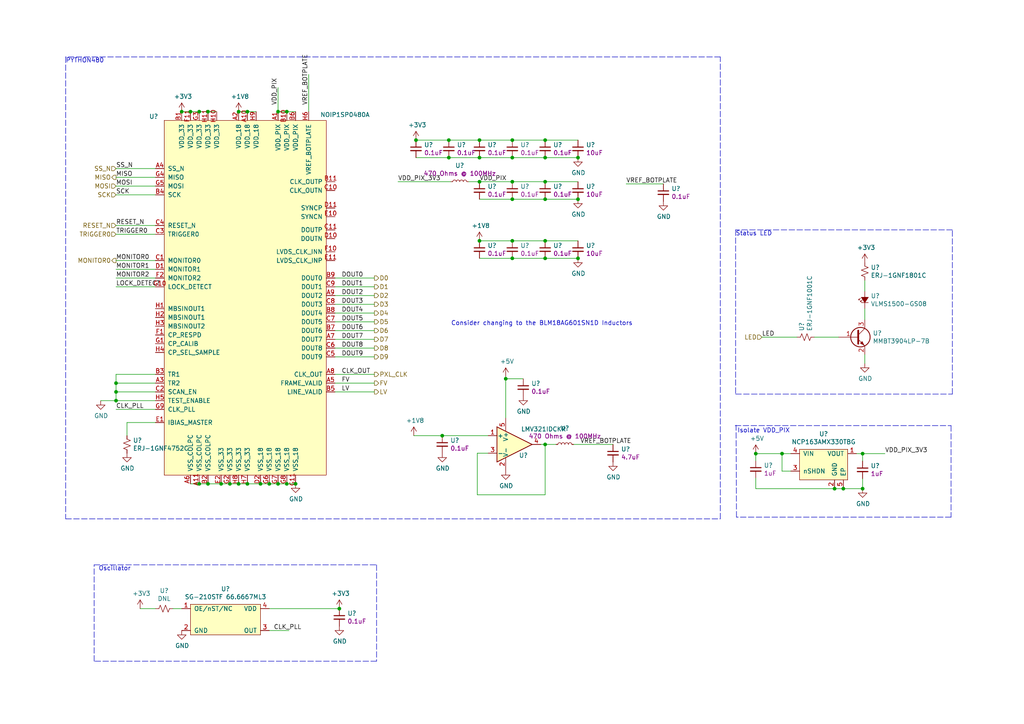
<source format=kicad_sch>
(kicad_sch (version 20211123) (generator eeschema)
  (paper "A4")
  (title_block (title "Miniscope-V4-Rigid-Flex") (date "2021-01-05") (rev "4.41") (company "Aharoni Lab"))
  (lib_symbols
    (symbol ".Capacitor:GRM033R61A104ME15D" (pin_numbers hide) (pin_names (offset 0.254) hide)
      (property "Reference" "C" (at 0.254 1.778 0))
      (property "Note" "0.1uF" (at 2.794 -2.032 0))
      (symbol "GRM033R61A104ME15D_0_1"
        (polyline (pts (xy -1.524 -0.508) (xy 1.524 -0.508)) (stroke (width 0.3302)))
        (polyline (pts (xy -1.524 0.508) (xy 1.524 0.508)) (stroke (width 0.3048)))
      )
      (symbol "GRM033R61A104ME15D_1_1"
        (pin passive line (at 0 2.54 270) (length 2.032) (name "~") (number "1"))
        (pin passive line (at 0 -2.54 90) (length 2.032) (name "~") (number "2"))
      )
    )
    (symbol ".Capacitor:GRM155R60J106ME15D" (pin_numbers hide) (pin_names (offset 0.254) hide)
      (property "Reference" "C" (at 0.254 1.778 0))
      (property "Note" "10uF" (at 2.794 -2.032 0))
      (symbol "GRM155R60J106ME15D_0_1"
        (polyline (pts (xy -1.524 -0.508) (xy 1.524 -0.508)) (stroke (width 0.3302)))
        (polyline (pts (xy -1.524 0.508) (xy 1.524 0.508)) (stroke (width 0.3048)))
      )
      (symbol "GRM155R60J106ME15D_1_1"
        (pin passive line (at 0 2.54 270) (length 2.032) (name "~") (number "1"))
        (pin passive line (at 0 -2.54 90) (length 2.032) (name "~") (number "2"))
      )
    )
    (symbol ".Capacitor:GRM188R61E475KE11D" (pin_numbers hide) (pin_names (offset 0.254) hide)
      (property "Reference" "C" (at 0.254 1.778 0))
      (property "Note" "4.7uF" (at 2.794 -2.032 0))
      (symbol "GRM188R61E475KE11D_0_1"
        (polyline (pts (xy -1.524 -0.508) (xy 1.524 -0.508)) (stroke (width 0.3302)))
        (polyline (pts (xy -1.524 0.508) (xy 1.524 0.508)) (stroke (width 0.3048)))
      )
      (symbol "GRM188R61E475KE11D_1_1"
        (pin passive line (at 0 2.54 270) (length 2.032) (name "~") (number "1"))
        (pin passive line (at 0 -2.54 90) (length 2.032) (name "~") (number "2"))
      )
    )
    (symbol ".Device:LED_Small_ALT" (pin_numbers hide) (pin_names (offset 0.254) hide)
      (property "Reference" "D" (at -1.27 3.175 0))
      (property "Value" "LED_Small_ALT" (at -4.445 -2.54 0))
      (symbol "LED_Small_ALT_0_1"
        (polyline (pts (xy -0.762 -1.016) (xy -0.762 1.016)))
        (polyline (pts (xy 1.016 0) (xy -0.762 0)))
        (polyline (pts (xy 0.762 -1.016) (xy -0.762 0) (xy 0.762 1.016) (xy 0.762 -1.016)) (fill (type outline)))
        (polyline (pts (xy 0 0.762) (xy -0.508 1.27) (xy -0.254 1.27) (xy -0.508 1.27) (xy -0.508 1.016)))
        (polyline (pts (xy 0.508 1.27) (xy 0 1.778) (xy 0.254 1.778) (xy 0 1.778) (xy 0 1.524)))
      )
      (symbol "LED_Small_ALT_1_1"
        (pin passive line (at -2.54 0 0) (length 1.778) (name "K") (number "1"))
        (pin passive line (at 2.54 0 180) (length 1.778) (name "A") (number "2"))
      )
    )
    (symbol ".Device:R_Small_US" (pin_numbers hide) (pin_names (offset 0.254) hide)
      (property "Reference" "R" (at 0.762 0.508 0))
      (property "Value" "R_Small_US" (at 0.762 -1.016 0))
      (symbol "R_Small_US_1_1"
        (polyline (pts (xy 0 0) (xy 1.016 -0.381) (xy 0 -0.762) (xy -1.016 -1.143) (xy 0 -1.524)))
        (polyline (pts (xy 0 1.524) (xy 1.016 1.143) (xy 0 0.762) (xy -1.016 0.381) (xy 0 0)))
        (pin passive line (at 0 2.54 270) (length 1.016) (name "~") (number "1"))
        (pin passive line (at 0 -2.54 90) (length 1.016) (name "~") (number "2"))
      )
    )
    (symbol ".Image_Sensor:NOIP1SN0480A" (pin_names (offset 1.016))
      (property "Reference" "U" (at 22.86 -55.88 0))
      (property "Value" "NOIP1SN0480A" (at -24.13 -55.88 0))
      (symbol "NOIP1SN0480A_0_1"
        (rectangle (start -21.59 48.26) (end 25.4 -54.61) (fill (type background)))
      )
      (symbol "NOIP1SN0480A_1_1"
        (pin power_in line (at 11.43 50.8 270) (length 2.54) (name "VDD_PIX") (number "A1"))
        (pin power_in line (at 2.54 50.8 270) (length 2.54) (name "VDD_18") (number "A10"))
        (pin power_in line (at -11.43 -57.15 90) (length 2.54) (name "VSS_COLPC") (number "A11"))
        (pin power_in line (at 0 50.8 270) (length 2.54) (name "VDD_18") (number "A2"))
        (pin input line (at -24.13 -27.94 0) (length 2.54) (name "TR2") (number "A3"))
        (pin input line (at -24.13 34.29 0) (length 2.54) (name "SS_N") (number "A4"))
        (pin input line (at 27.94 -27.94 180) (length 2.54) (name "FRAME_VALID") (number "A5"))
        (pin power_in line (at -13.97 -57.15 90) (length 2.54) (name "VSS_COLPC") (number "A6"))
        (pin output line (at 27.94 -15.24 180) (length 2.54) (name "DOUT7") (number "A7"))
        (pin input line (at 27.94 -25.4 180) (length 2.54) (name "CLK_OUT") (number "A8"))
        (pin output line (at 27.94 -2.54 180) (length 2.54) (name "DOUT2") (number "A9"))
        (pin power_in line (at -16.51 50.8 270) (length 2.54) (name "VDD_33") (number "B1"))
        (pin power_in line (at 13.97 50.8 270) (length 2.54) (name "VDD_PIX") (number "B10"))
        (pin input line (at 27.94 30.48 180) (length 2.54) (name "CLK_OUTP") (number "B11"))
        (pin power_in line (at -8.89 -57.15 90) (length 2.54) (name "VSS_COLPC") (number "B2"))
        (pin input line (at -24.13 -25.4 0) (length 2.54) (name "TR1") (number "B3"))
        (pin input line (at -24.13 26.67 0) (length 2.54) (name "SCK") (number "B4"))
        (pin input line (at 27.94 -30.48 180) (length 2.54) (name "LINE_VALID") (number "B5"))
        (pin power_in line (at 16.51 50.8 270) (length 2.54) (name "VDD_PIX") (number "B6"))
        (pin output line (at 27.94 -12.7 180) (length 2.54) (name "DOUT6") (number "B7"))
        (pin output line (at 27.94 -7.62 180) (length 2.54) (name "DOUT4") (number "B8"))
        (pin output line (at 27.94 2.54 180) (length 2.54) (name "DOUT0") (number "B9"))
        (pin input line (at -24.13 7.62 0) (length 2.54) (name "MONITOR0") (number "C1"))
        (pin input line (at 27.94 27.94 180) (length 2.54) (name "CLK_OUTN") (number "C10"))
        (pin input line (at 27.94 16.51 180) (length 2.54) (name "DOUTP") (number "C11"))
        (pin input line (at -24.13 -30.48 0) (length 2.54) (name "SCAN_EN") (number "C2"))
        (pin input line (at -24.13 15.24 0) (length 2.54) (name "TRIGGER0") (number "C3"))
        (pin input line (at -24.13 17.78 0) (length 2.54) (name "RESET_N") (number "C4"))
        (pin output line (at 27.94 -20.32 180) (length 2.54) (name "DOUT9") (number "C5"))
        (pin output line (at 27.94 -17.78 180) (length 2.54) (name "DOUT8") (number "C6"))
        (pin output line (at 27.94 -10.16 180) (length 2.54) (name "DOUT5") (number "C7"))
        (pin output line (at 27.94 -5.08 180) (length 2.54) (name "DOUT3") (number "C8"))
        (pin output line (at 27.94 0 180) (length 2.54) (name "DOUT1") (number "C9"))
        (pin input line (at -24.13 5.08 0) (length 2.54) (name "MONITOR1") (number "D1"))
        (pin input line (at 27.94 13.97 180) (length 2.54) (name "DOUTN") (number "D10"))
        (pin input line (at 27.94 22.86 180) (length 2.54) (name "SYNCP") (number "D11"))
        (pin power_in line (at 6.35 -57.15 90) (length 2.54) (name "VSS_18") (number "D2"))
        (pin input line (at -24.13 -39.37 0) (length 2.54) (name "IBIAS_MASTER") (number "E1"))
        (pin input line (at 27.94 20.32 180) (length 2.54) (name "SYNCN") (number "E10"))
        (pin input line (at 27.94 7.62 180) (length 2.54) (name "LVDS_CLK_INP") (number "E11"))
        (pin power_in line (at -5.08 -57.15 90) (length 2.54) (name "VSS_33") (number "E2"))
        (pin input line (at -24.13 -13.97 0) (length 2.54) (name "CP_RESPD") (number "F1"))
        (pin input line (at 27.94 10.16 180) (length 2.54) (name "LVDS_CLK_INN") (number "F10"))
        (pin power_in line (at -13.97 50.8 270) (length 2.54) (name "VDD_33") (number "F11"))
        (pin input line (at -24.13 2.54 0) (length 2.54) (name "MONITOR2") (number "F2"))
        (pin input line (at -24.13 -16.51 0) (length 2.54) (name "CP_CALIB") (number "G1"))
        (pin input line (at -24.13 0 0) (length 2.54) (name "LOCK_DETECT") (number "G10"))
        (pin power_in line (at 16.51 -57.15 90) (length 2.54) (name "VSS_18") (number "G11"))
        (pin power_in line (at -2.54 -57.15 90) (length 2.54) (name "VSS_33") (number "G2"))
        (pin power_in line (at -11.43 50.8 270) (length 2.54) (name "VDD_33") (number "G3"))
        (pin input line (at -24.13 31.75 0) (length 2.54) (name "MISO") (number "G4"))
        (pin input line (at -24.13 29.21 0) (length 2.54) (name "MOSI") (number "G5"))
        (pin power_in line (at 8.89 -57.15 90) (length 2.54) (name "VSS_18") (number "G6"))
        (pin power_in line (at 11.43 -57.15 90) (length 2.54) (name "VSS_18") (number "G7"))
        (pin power_in line (at 13.97 -57.15 90) (length 2.54) (name "VSS_18") (number "G8"))
        (pin input line (at -24.13 -35.56 0) (length 2.54) (name "CLK_PLL") (number "G9"))
        (pin input line (at -24.13 -6.35 0) (length 2.54) (name "MBSINOUT1") (number "H1"))
        (pin power_in line (at -6.35 50.8 270) (length 2.54) (name "VDD_33") (number "H10"))
        (pin power_in line (at -8.89 50.8 270) (length 2.54) (name "VDD_33") (number "H11"))
        (pin input line (at -24.13 -8.89 0) (length 2.54) (name "MBSINOUT1") (number "H2"))
        (pin input line (at -24.13 -11.43 0) (length 2.54) (name "MBSINOUT2") (number "H3"))
        (pin input line (at -24.13 -19.05 0) (length 2.54) (name "CP_SEL_SAMPLE") (number "H4"))
        (pin input line (at -24.13 -33.02 0) (length 2.54) (name "TEST_ENABLE") (number "H5"))
        (pin input line (at 20.32 50.8 270) (length 2.54) (name "VREF_BOTPLATE") (number "H6"))
        (pin power_in line (at 2.54 -57.15 90) (length 2.54) (name "VSS_33") (number "H7"))
        (pin power_in line (at 0 -57.15 90) (length 2.54) (name "VSS_33") (number "H8"))
        (pin power_in line (at 5.08 50.8 270) (length 2.54) (name "VDD_18") (number "H9"))
      )
    )
    (symbol ".Inductor:BLM18PG471SN1D" (pin_numbers hide) (pin_names (offset 0.254) hide)
      (property "Reference" "L" (at 0.762 1.016 0))
      (property "Note" "470 Ohms @ 100MHz" (at 11.43 -1.27 0))
      (symbol "BLM18PG471SN1D_0_1"
        (arc (start 0 -2.032) (mid 0.508 -1.524) (end 0 -1.016))
        (arc (start 0 -1.016) (mid 0.508 -0.508) (end 0 0))
        (arc (start 0 0) (mid 0.508 0.508) (end 0 1.016))
        (arc (start 0 1.016) (mid 0.508 1.524) (end 0 2.032))
      )
      (symbol "BLM18PG471SN1D_1_1"
        (pin passive line (at 0 2.54 270) (length 0.508) (name "~") (number "1"))
        (pin passive line (at 0 -2.54 90) (length 0.508) (name "~") (number "2"))
      )
    )
    (symbol ".Opamp:LMV321IDCKR" (pin_names (offset 0.127))
      (property "Reference" "U" (at 0 5.08 0))
      (property "Value" "LMV321IDCKR" (at 0 -5.08 0))
      (symbol "LMV321IDCKR_0_1"
        (polyline (pts (xy -5.08 5.08) (xy 5.08 0) (xy -5.08 -5.08) (xy -5.08 5.08)) (stroke (width 0.254)) (fill (type background)))
        (pin power_in line (at -2.54 -7.62 90) (length 3.81) (name "V-") (number "2"))
        (pin power_in line (at -2.54 7.62 270) (length 3.81) (name "V+") (number "5"))
      )
      (symbol "LMV321IDCKR_1_1"
        (pin input line (at -7.62 2.54 0) (length 2.54) (name "+") (number "1"))
        (pin input line (at -7.62 -2.54 0) (length 2.54) (name "-") (number "3"))
        (pin output line (at 7.62 0 180) (length 2.54) (name "~") (number "4"))
      )
    )
    (symbol ".Oscillator:SiT_2.5mmx2mm" (pin_names (offset 1.016))
      (property "Reference" "U" (at 8.89 5.08 0))
      (property "Value" "SiT_2.5mmx2mm" (at -2.54 5.08 0))
      (symbol "SiT_2.5mmx2mm_0_1"
        (rectangle (start -10.16 3.81) (end 10.16 -5.08) (fill (type background)))
      )
      (symbol "SiT_2.5mmx2mm_1_1"
        (pin input line (at -12.7 2.54 0) (length 2.54) (name "OE/nST/NC") (number "1"))
        (pin input line (at -12.7 -3.81 0) (length 2.54) (name "GND") (number "2"))
        (pin input line (at 12.7 -3.81 180) (length 2.54) (name "OUT") (number "3"))
        (pin input line (at 12.7 2.54 180) (length 2.54) (name "VDD") (number "4"))
      )
    )
    (symbol ".Regulator_Linear:MCP1711" (pin_names (offset 1.016))
      (property "Reference" "U" (at 5.08 2.54 0))
      (property "Value" "MCP1711" (at 1.27 -8.89 0))
      (symbol "MCP1711_0_1"
        (rectangle (start -2.54 1.27) (end 11.43 -7.62) (fill (type background)))
      )
      (symbol "MCP1711_1_1"
        (pin input line (at 13.97 0 180) (length 2.54) (name "VOUT") (number "1"))
        (pin input line (at 7.62 -10.16 90) (length 2.54) (name "GND") (number "2"))
        (pin input line (at -5.08 -5.08 0) (length 2.54) (name "nSHDN") (number "3"))
        (pin input line (at -5.08 0 0) (length 2.54) (name "VIN") (number "4"))
        (pin input line (at 10.16 -10.16 90) (length 2.54) (name "EP") (number "5"))
      )
    )
    (symbol ".Transistor:MMBT3904LP-7B" (pin_names (offset 0) hide)
      (property "Reference" "Q" (at 5.08 1.905 0))
      (property "Value" "MMBT3904LP-7B" (at 5.08 0 0))
      (symbol "MMBT3904LP-7B_0_1"
        (polyline (pts (xy 0.635 0.635) (xy 2.54 2.54)))
        (polyline (pts (xy 0.635 -0.635) (xy 2.54 -2.54) (xy 2.54 -2.54)))
        (polyline (pts (xy 0.635 1.905) (xy 0.635 -1.905) (xy 0.635 -1.905)) (stroke (width 0.508)))
        (polyline (pts (xy 1.27 -1.778) (xy 1.778 -1.27) (xy 2.286 -2.286) (xy 1.27 -1.778) (xy 1.27 -1.778)) (fill (type outline)))
        (circle (center 1.27 0) (radius 2.8194) (stroke (width 0.254)))
      )
      (symbol "MMBT3904LP-7B_1_1"
        (pin input line (at -5.08 0 0) (length 5.715) (name "B") (number "1"))
        (pin passive line (at 2.54 -5.08 90) (length 2.54) (name "E") (number "2"))
        (pin passive line (at 2.54 5.08 270) (length 2.54) (name "C") (number "3"))
      )
    )
    (symbol "power:+1V8" (power) (pin_names (offset 0))
      (property "Value" "+1V8" (at 0 3.556 0))
      (symbol "+1V8_0_1"
        (polyline (pts (xy -0.762 1.27) (xy 0 2.54)))
        (polyline (pts (xy 0 0) (xy 0 2.54)))
        (polyline (pts (xy 0 2.54) (xy 0.762 1.27)))
      )
      (symbol "+1V8_1_1"
        (pin power_in line (at 0 0 90) (length 0) hide (name "+1V8") (number "1"))
      )
    )
    (symbol "power:+3V3" (power) (pin_names (offset 0))
      (property "Value" "+3V3" (at 0 3.556 0))
      (symbol "+3V3_0_1"
        (polyline (pts (xy -0.762 1.27) (xy 0 2.54)))
        (polyline (pts (xy 0 0) (xy 0 2.54)))
        (polyline (pts (xy 0 2.54) (xy 0.762 1.27)))
      )
      (symbol "+3V3_1_1"
        (pin power_in line (at 0 0 90) (length 0) hide (name "+3V3") (number "1"))
      )
    )
    (symbol "power:+5V" (power) (pin_names (offset 0))
      (property "Value" "+5V" (at 0 3.556 0))
      (symbol "+5V_0_1"
        (polyline (pts (xy -0.762 1.27) (xy 0 2.54)))
        (polyline (pts (xy 0 0) (xy 0 2.54)))
        (polyline (pts (xy 0 2.54) (xy 0.762 1.27)))
      )
      (symbol "+5V_1_1"
        (pin power_in line (at 0 0 90) (length 0) hide (name "+5V") (number "1"))
      )
    )
    (symbol "power:GND" (power) (pin_names (offset 0))
      (property "Value" "GND" (at 0 -3.81 0))
      (symbol "GND_0_1"
        (polyline (pts (xy 0 0) (xy 0 -1.27) (xy 1.27 -1.27) (xy 0 -2.54) (xy -1.27 -1.27) (xy 0 -1.27)))
      )
      (symbol "GND_1_1"
        (pin power_in line (at 0 0 270) (length 0) hide (name "GND") (number "1"))
      )
    )
  )
  (junction (at 148.59 74.93))
  (junction (at 167.64 57.785))
  (junction (at 158.115 128.905))
  (junction (at 158.115 40.64))
  (junction (at 148.59 40.64))
  (junction (at 71.755 32.385))
  (junction (at 33.655 116.205))
  (junction (at 250.19 131.572))
  (junction (at 148.59 57.785))
  (junction (at 75.565 140.335))
  (junction (at 130.175 45.72))
  (junction (at 219.202 131.572))
  (junction (at 33.655 111.125))
  (junction (at 242.062 141.732))
  (junction (at 98.425 176.53))
  (junction (at 83.185 140.335))
  (junction (at 83.185 32.385))
  (junction (at 139.065 69.85))
  (junction (at 69.215 140.335))
  (junction (at 128.27 126.365))
  (junction (at 146.685 109.855))
  (junction (at 158.115 74.93))
  (junction (at 158.115 45.72))
  (junction (at 148.59 45.72))
  (junction (at 57.785 140.335))
  (junction (at 139.065 45.72))
  (junction (at 139.065 40.64))
  (junction (at 80.645 32.385))
  (junction (at 66.675 140.335))
  (junction (at 148.59 52.705))
  (junction (at 85.725 140.335))
  (junction (at 64.135 140.335))
  (junction (at 139.065 52.705))
  (junction (at 148.59 69.85))
  (junction (at 60.325 32.385))
  (junction (at 33.655 113.665))
  (junction (at 158.115 69.85))
  (junction (at 78.105 140.335))
  (junction (at 57.785 32.385))
  (junction (at 52.705 32.385))
  (junction (at 55.245 32.385))
  (junction (at 226.822 131.572))
  (junction (at 60.325 140.335))
  (junction (at 71.755 140.335))
  (junction (at 120.65 40.64))
  (junction (at 167.64 74.93))
  (junction (at 244.602 141.732))
  (junction (at 158.115 57.785))
  (junction (at 80.645 140.335))
  (junction (at 130.175 40.64))
  (junction (at 69.215 32.385))
  (junction (at 167.64 45.72))
  (junction (at 250.19 141.732))
  (junction (at 158.115 52.705))
  (wire (pts (xy 158.115 128.905) (xy 158.115 143.51)))
  (wire (pts (xy 139.065 57.785) (xy 148.59 57.785)))
  (wire (pts (xy 148.59 52.705) (xy 158.115 52.705)))
  (wire (pts (xy 151.765 109.855) (xy 146.685 109.855)))
  (wire (pts (xy 33.655 113.665) (xy 33.655 111.125)))
  (polyline (pts (xy 208.915 16.51) (xy 19.05 16.51)))
  (wire (pts (xy 229.362 131.572) (xy 226.822 131.572)))
  (wire (pts (xy 158.115 74.93) (xy 148.59 74.93)))
  (polyline (pts (xy 27.305 191.77) (xy 27.305 163.83)))
  (wire (pts (xy 167.64 40.64) (xy 158.115 40.64)))
  (wire (pts (xy 97.155 85.725) (xy 108.585 85.725)))
  (wire (pts (xy 78.105 176.53) (xy 98.425 176.53)))
  (wire (pts (xy 33.655 48.895) (xy 45.085 48.895)))
  (wire (pts (xy 78.105 140.335) (xy 80.645 140.335)))
  (wire (pts (xy 192.405 53.34) (xy 181.61 53.34)))
  (wire (pts (xy 148.59 40.64) (xy 139.065 40.64)))
  (wire (pts (xy 33.655 113.665) (xy 45.085 113.665)))
  (wire (pts (xy 33.655 111.125) (xy 45.085 111.125)))
  (wire (pts (xy 89.535 32.385) (xy 89.535 21.59)))
  (wire (pts (xy 64.135 140.335) (xy 66.675 140.335)))
  (polyline (pts (xy 213.614 149.987) (xy 213.487 123.317)))
  (wire (pts (xy 33.655 116.205) (xy 45.085 116.205)))
  (polyline (pts (xy 213.233 123.444) (xy 275.844 123.444)))
  (polyline (pts (xy 276.225 114.3) (xy 276.225 66.675)))
  (wire (pts (xy 33.655 56.515) (xy 45.085 56.515)))
  (polyline (pts (xy 208.915 150.495) (xy 208.915 16.51)))
  (wire (pts (xy 57.785 32.385) (xy 55.245 32.385)))
  (wire (pts (xy 250.825 102.87) (xy 250.825 105.41)))
  (wire (pts (xy 115.443 52.705) (xy 130.81 52.705)))
  (wire (pts (xy 33.655 78.105) (xy 45.085 78.105)))
  (wire (pts (xy 231.14 97.79) (xy 220.98 97.79)))
  (wire (pts (xy 250.19 138.811) (xy 250.19 141.732)))
  (wire (pts (xy 78.105 182.88) (xy 83.82 182.88)))
  (wire (pts (xy 166.37 128.905) (xy 177.8 128.905)))
  (wire (pts (xy 139.065 52.705) (xy 148.59 52.705)))
  (wire (pts (xy 97.155 98.425) (xy 108.585 98.425)))
  (polyline (pts (xy 109.22 191.77) (xy 27.305 191.77)))
  (wire (pts (xy 75.565 140.335) (xy 78.105 140.335)))
  (wire (pts (xy 55.245 32.385) (xy 52.705 32.385)))
  (wire (pts (xy 139.065 69.85) (xy 148.59 69.85)))
  (wire (pts (xy 33.655 108.585) (xy 45.085 108.585)))
  (wire (pts (xy 33.655 75.565) (xy 45.085 75.565)))
  (wire (pts (xy 71.755 140.335) (xy 75.565 140.335)))
  (wire (pts (xy 146.685 109.855) (xy 146.685 121.285)))
  (wire (pts (xy 97.155 80.645) (xy 108.585 80.645)))
  (wire (pts (xy 250.825 84.455) (xy 250.825 81.28)))
  (wire (pts (xy 69.215 140.335) (xy 71.755 140.335)))
  (wire (pts (xy 120.65 40.64) (xy 130.175 40.64)))
  (wire (pts (xy 130.175 40.64) (xy 139.065 40.64)))
  (wire (pts (xy 139.065 45.72) (xy 148.59 45.72)))
  (wire (pts (xy 97.155 95.885) (xy 108.585 95.885)))
  (wire (pts (xy 57.785 140.335) (xy 60.325 140.335)))
  (wire (pts (xy 156.845 128.905) (xy 158.115 128.905)))
  (polyline (pts (xy 27.305 163.83) (xy 109.22 163.83)))
  (wire (pts (xy 242.062 141.732) (xy 219.202 141.732)))
  (wire (pts (xy 83.185 140.335) (xy 85.725 140.335)))
  (wire (pts (xy 250.19 141.732) (xy 244.602 141.732)))
  (wire (pts (xy 158.115 57.785) (xy 148.59 57.785)))
  (wire (pts (xy 97.155 83.185) (xy 108.585 83.185)))
  (wire (pts (xy 250.19 133.731) (xy 250.19 131.572)))
  (wire (pts (xy 158.115 45.72) (xy 167.64 45.72)))
  (wire (pts (xy 158.115 69.85) (xy 167.64 69.85)))
  (wire (pts (xy 167.64 74.93) (xy 158.115 74.93)))
  (polyline (pts (xy 275.844 123.444) (xy 275.844 149.987)))
  (wire (pts (xy 158.115 40.64) (xy 148.59 40.64)))
  (wire (pts (xy 141.605 126.365) (xy 128.27 126.365)))
  (wire (pts (xy 60.325 32.385) (xy 57.785 32.385)))
  (wire (pts (xy 97.155 88.265) (xy 108.585 88.265)))
  (wire (pts (xy 97.155 93.345) (xy 108.585 93.345)))
  (wire (pts (xy 226.822 131.572) (xy 219.202 131.572)))
  (wire (pts (xy 74.295 32.385) (xy 71.755 32.385)))
  (wire (pts (xy 60.325 140.335) (xy 64.135 140.335)))
  (wire (pts (xy 248.412 131.572) (xy 250.19 131.572)))
  (wire (pts (xy 33.655 116.205) (xy 29.21 116.205)))
  (wire (pts (xy 33.655 51.435) (xy 45.085 51.435)))
  (wire (pts (xy 158.115 128.905) (xy 161.29 128.905)))
  (wire (pts (xy 55.245 140.335) (xy 57.785 140.335)))
  (polyline (pts (xy 213.36 114.3) (xy 276.225 114.3)))
  (wire (pts (xy 85.725 32.385) (xy 83.185 32.385)))
  (wire (pts (xy 138.43 131.445) (xy 141.605 131.445)))
  (wire (pts (xy 80.645 140.335) (xy 83.185 140.335)))
  (polyline (pts (xy 275.844 149.987) (xy 213.614 149.987)))
  (wire (pts (xy 128.27 126.365) (xy 120.015 126.365)))
  (wire (pts (xy 66.675 140.335) (xy 69.215 140.335)))
  (wire (pts (xy 33.655 116.205) (xy 33.655 113.665)))
  (wire (pts (xy 97.155 108.585) (xy 108.585 108.585)))
  (wire (pts (xy 138.43 143.51) (xy 138.43 131.445)))
  (wire (pts (xy 33.655 80.645) (xy 45.085 80.645)))
  (wire (pts (xy 33.655 111.125) (xy 33.655 108.585)))
  (wire (pts (xy 33.655 83.185) (xy 45.085 83.185)))
  (wire (pts (xy 97.155 111.125) (xy 108.585 111.125)))
  (wire (pts (xy 148.59 45.72) (xy 158.115 45.72)))
  (wire (pts (xy 219.202 141.732) (xy 219.202 138.684)))
  (wire (pts (xy 33.655 65.405) (xy 45.085 65.405)))
  (wire (pts (xy 33.655 53.975) (xy 45.085 53.975)))
  (wire (pts (xy 36.83 122.555) (xy 36.83 126.365)))
  (polyline (pts (xy 109.22 163.83) (xy 109.22 191.77)))
  (wire (pts (xy 219.202 131.572) (xy 219.202 133.604)))
  (wire (pts (xy 52.705 176.53) (xy 50.165 176.53)))
  (wire (pts (xy 226.822 136.652) (xy 226.822 131.572)))
  (wire (pts (xy 146.685 109.22) (xy 146.685 109.855)))
  (wire (pts (xy 229.362 136.652) (xy 226.822 136.652)))
  (wire (pts (xy 158.115 52.705) (xy 167.64 52.705)))
  (wire (pts (xy 83.185 32.385) (xy 80.645 32.385)))
  (wire (pts (xy 33.655 67.945) (xy 45.085 67.945)))
  (wire (pts (xy 97.155 100.965) (xy 108.585 100.965)))
  (wire (pts (xy 167.64 57.785) (xy 158.115 57.785)))
  (wire (pts (xy 97.155 103.505) (xy 108.585 103.505)))
  (wire (pts (xy 139.065 52.705) (xy 135.89 52.705)))
  (wire (pts (xy 158.115 143.51) (xy 138.43 143.51)))
  (wire (pts (xy 244.602 141.732) (xy 242.062 141.732)))
  (wire (pts (xy 45.085 176.53) (xy 40.64 176.53)))
  (wire (pts (xy 130.175 45.72) (xy 139.065 45.72)))
  (wire (pts (xy 120.65 45.72) (xy 130.175 45.72)))
  (wire (pts (xy 250.19 131.572) (xy 256.667 131.572)))
  (wire (pts (xy 33.655 118.745) (xy 45.085 118.745)))
  (wire (pts (xy 250.825 89.535) (xy 250.825 92.71)))
  (wire (pts (xy 71.755 32.385) (xy 69.215 32.385)))
  (wire (pts (xy 139.065 74.93) (xy 148.59 74.93)))
  (wire (pts (xy 243.205 97.79) (xy 236.22 97.79)))
  (wire (pts (xy 148.59 69.85) (xy 158.115 69.85)))
  (wire (pts (xy 97.155 113.665) (xy 108.585 113.665)))
  (wire (pts (xy 97.155 90.805) (xy 108.585 90.805)))
  (wire (pts (xy 45.085 122.555) (xy 36.83 122.555)))
  (polyline (pts (xy 19.05 150.495) (xy 208.915 150.495)))
  (polyline (pts (xy 213.36 66.675) (xy 213.36 114.3)))
  (wire (pts (xy 80.645 32.385) (xy 80.645 25.4)))
  (polyline (pts (xy 19.05 16.51) (xy 19.05 150.495)))
  (polyline (pts (xy 276.225 66.675) (xy 213.36 66.675)))
  (wire (pts (xy 62.865 32.385) (xy 60.325 32.385)))
  (text "PYTHON480" (at 19.05 18.415 0) (effects (font (size 1.27 1.27)) (justify left bottom)))
  (text "Oscillator" (at 28.575 165.735 0) (effects (font (size 1.27 1.27)) (justify left bottom)))
  (text "Isolate VDD_PIX" (at 213.868 125.73 0) (effects (font (size 1.27 1.27)) (justify left bottom)))
  (text "Consider changing to the BLM18AG601SN1D Inductors" (at 130.81 94.615 0) (effects (font (size 1.27 1.27)) (justify left bottom)))
  (text "Status LED" (at 213.36 68.58 0) (effects (font (size 1.27 1.27)) (justify left bottom)))
  (label "VREF_BOTPLATE" (at 89.535 30.48 90))
  (label "SS_N" (at 33.655 48.895 0))
  (label "VREF_BOTPLATE" (at 181.61 53.34 0))
  (label "DOUT3" (at 99.06 88.265 0))
  (label "DOUT9" (at 99.06 103.505 0))
  (label "VDD_PIX" (at 139.065 52.705 0))
  (label "VDD_PIX_3V3" (at 115.443 52.705 0))
  (label "CLK_PLL" (at 33.655 118.745 0))
  (label "DOUT7" (at 99.06 98.425 0))
  (label "VREF_BOTPLATE" (at 168.275 128.905 0))
  (label "DOUT4" (at 99.06 90.805 0))
  (label "DOUT2" (at 99.06 85.725 0))
  (label "FV" (at 99.06 111.125 0))
  (label "SCK" (at 33.655 56.515 0))
  (label "LED" (at 220.98 97.79 0))
  (label "MONITOR2" (at 33.655 80.645 0))
  (label "CLK_PLL" (at 79.375 182.88 0))
  (label "MONITOR0" (at 33.655 75.565 0))
  (label "MOSI" (at 33.655 53.975 0))
  (label "DOUT6" (at 99.06 95.885 0))
  (label "DOUT5" (at 99.06 93.345 0))
  (label "DOUT0" (at 99.06 80.645 0))
  (label "LOCK_DETECT" (at 33.655 83.185 0))
  (label "CLK_OUT" (at 99.06 108.585 0))
  (label "TRIGGER0" (at 33.655 67.945 0))
  (label "LV" (at 99.06 113.665 0))
  (label "MONITOR1" (at 33.655 78.105 0))
  (label "VDD_PIX" (at 80.645 30.48 90))
  (label "VDD_PIX_3V3" (at 256.667 131.572 0))
  (label "MISO" (at 33.655 51.435 0))
  (label "RESET_N" (at 33.655 65.405 0))
  (label "DOUT8" (at 99.06 100.965 0))
  (label "DOUT1" (at 99.06 83.185 0))
  (hierarchical_label "FV" (shape output) (at 108.585 111.125 0))
  (hierarchical_label "D0" (shape output) (at 108.585 80.645 0))
  (hierarchical_label "D7" (shape output) (at 108.585 98.425 0))
  (hierarchical_label "TRIGGER0" (shape input) (at 33.655 67.945 180))
  (hierarchical_label "MONITOR0" (shape output) (at 33.655 75.565 180))
  (hierarchical_label "D9" (shape output) (at 108.585 103.505 0))
  (hierarchical_label "D1" (shape output) (at 108.585 83.185 0))
  (hierarchical_label "D4" (shape output) (at 108.585 90.805 0))
  (hierarchical_label "D3" (shape output) (at 108.585 88.265 0))
  (hierarchical_label "SCK" (shape input) (at 33.655 56.515 180))
  (hierarchical_label "MOSI" (shape input) (at 33.655 53.975 180))
  (hierarchical_label "D5" (shape output) (at 108.585 93.345 0))
  (hierarchical_label "D6" (shape output) (at 108.585 95.885 0))
  (hierarchical_label "D8" (shape output) (at 108.585 100.965 0))
  (hierarchical_label "LED" (shape input) (at 220.98 97.79 180))
  (hierarchical_label "PXL_CLK" (shape output) (at 108.585 108.585 0))
  (hierarchical_label "MISO" (shape output) (at 33.655 51.435 180))
  (hierarchical_label "D2" (shape output) (at 108.585 85.725 0))
  (hierarchical_label "SS_N" (shape input) (at 33.655 48.895 180))
  (hierarchical_label "LV" (shape output) (at 108.585 113.665 0))
  (hierarchical_label "RESET_N" (shape input) (at 33.655 65.405 180))
  (symbol (lib_id ".Opamp:LMV321IDCKR") (at 149.225 128.905 0) (unit 1)
    (property "Value" "LMV321IDCKR" (at 151.13 124.46 0) (effects (justify left)))
    (property "Footprint" ".Package_SOT:SOT_23-5P65_210X110L36X22L" (effects hide))
    (property "Datasheet" "http://www.ti.com/lit/ds/symlink/lmv324.pdf" (effects hide))
    (property "Note" "Opamp" (effects hide))
  )
  (symbol (lib_id ".Oscillator:SiT_2.5mmx2mm") (at 65.405 179.07 0) (unit 1)
    (property "Value" "SG-210STF 66.6667ML3" (at 65.405 173.1264 0))
    (property "Footprint" ".Oscillator:OSC_CC250X200X80L70X75L" (effects hide))
    (property "Datasheet" "https://www.sitime.com/datasheet/SiT8008" (effects hide))
    (property "Size" "2.5mmx2mm" (effects hide))
    (property "Note" "~66.7MHz Osc" (effects hide))
  )
  (symbol (lib_id ".Capacitor:GRM033R61A104ME15D") (at 139.065 43.18 0) (unit 1)
    (property "Value" "GRM033R61A104ME15D" (effects hide))
    (property "Footprint" ".Capacitor:C_0201_0603Metric_L" (effects hide))
    (property "Datasheet" "http://search.murata.co.jp/Ceramy/image/img/A01X/G101/ENG/GRM033R61A104ME15-01.pdf" (effects hide))
    (property "Note" "0.1uF" (at 141.4018 44.323 0) (effects (justify left)))
    (property "Size" "0201" (effects hide))
  )
  (symbol (lib_id ".Capacitor:GRM033R61A104ME15D") (at 148.59 43.18 0) (unit 1)
    (property "Value" "GRM033R61A104ME15D" (effects hide))
    (property "Footprint" ".Capacitor:C_0201_0603Metric_L" (effects hide))
    (property "Datasheet" "http://search.murata.co.jp/Ceramy/image/img/A01X/G101/ENG/GRM033R61A104ME15-01.pdf" (effects hide))
    (property "Note" "0.1uF" (at 150.9268 44.323 0) (effects (justify left)))
    (property "Size" "0201" (effects hide))
  )
  (symbol (lib_id ".Capacitor:GRM033R61A104ME15D") (at 158.115 43.18 0) (unit 1)
    (property "Value" "GRM033R61A104ME15D" (effects hide))
    (property "Footprint" ".Capacitor:C_0201_0603Metric_L" (effects hide))
    (property "Datasheet" "http://search.murata.co.jp/Ceramy/image/img/A01X/G101/ENG/GRM033R61A104ME15-01.pdf" (effects hide))
    (property "Note" "0.1uF" (at 160.4518 44.323 0) (effects (justify left)))
    (property "Size" "0201" (effects hide))
  )
  (symbol (lib_id ".Capacitor:GRM155R60J106ME15D") (at 167.64 43.18 0) (unit 1)
    (property "Value" "GRM155R60J106ME15D" (effects hide))
    (property "Footprint" ".Capacitor:C_0402_1005Metric_L" (effects hide))
    (property "Datasheet" "https://search.murata.co.jp/Ceramy/image/img/A01X/G101/ENG/GRM155R60J106ME15-01.pdf" (effects hide))
    (property "Note" "10uF" (at 169.9768 44.323 0) (effects (justify left)))
    (property "Size" "0402" (effects hide))
  )
  (symbol (lib_id ".Capacitor:GRM033R61A104ME15D") (at 120.65 43.18 0) (unit 1)
    (property "Value" "GRM033R61A104ME15D" (effects hide))
    (property "Footprint" ".Capacitor:C_0201_0603Metric_L" (effects hide))
    (property "Datasheet" "http://search.murata.co.jp/Ceramy/image/img/A01X/G101/ENG/GRM033R61A104ME15-01.pdf" (effects hide))
    (property "Note" "0.1uF" (at 122.9868 44.323 0) (effects (justify left)))
    (property "Size" "0201" (effects hide))
  )
  (symbol (lib_id "power:+3V3") (at 120.65 40.64 0) (unit 1)
    (property "Reference" "#PWR0130" (effects hide))
    (property "Value" "+3V3" (at 121.031 36.2458 0))
  )
  (symbol (lib_id "power:GND") (at 167.64 45.72 0) (unit 1)
    (property "Reference" "#PWR0131" (effects hide))
    (property "Value" "GND" (at 167.767 50.1142 0))
  )
  (symbol (lib_id "power:+3V3") (at 52.705 32.385 0) (unit 1)
    (property "Reference" "#PWR0132" (effects hide))
    (property "Value" "+3V3" (at 53.086 27.9908 0))
  )
  (symbol (lib_id ".Capacitor:GRM033R61A104ME15D") (at 148.59 72.39 0) (unit 1)
    (property "Value" "GRM033R61A104ME15D" (effects hide))
    (property "Footprint" ".Capacitor:C_0201_0603Metric_L" (effects hide))
    (property "Datasheet" "http://search.murata.co.jp/Ceramy/image/img/A01X/G101/ENG/GRM033R61A104ME15-01.pdf" (effects hide))
    (property "Note" "0.1uF" (at 150.9268 73.533 0) (effects (justify left)))
    (property "Size" "0201" (effects hide))
  )
  (symbol (lib_id ".Capacitor:GRM033R61A104ME15D") (at 158.115 72.39 0) (unit 1)
    (property "Value" "GRM033R61A104ME15D" (effects hide))
    (property "Footprint" ".Capacitor:C_0201_0603Metric_L" (effects hide))
    (property "Datasheet" "http://search.murata.co.jp/Ceramy/image/img/A01X/G101/ENG/GRM033R61A104ME15-01.pdf" (effects hide))
    (property "Note" "0.1uF" (at 160.4518 73.533 0) (effects (justify left)))
    (property "Size" "0201" (effects hide))
  )
  (symbol (lib_id ".Capacitor:GRM033R61A104ME15D") (at 139.065 72.39 0) (unit 1)
    (property "Value" "GRM033R61A104ME15D" (effects hide))
    (property "Footprint" ".Capacitor:C_0201_0603Metric_L" (effects hide))
    (property "Datasheet" "http://search.murata.co.jp/Ceramy/image/img/A01X/G101/ENG/GRM033R61A104ME15-01.pdf" (effects hide))
    (property "Note" "0.1uF" (at 141.4018 73.533 0) (effects (justify left)))
    (property "Size" "0201" (effects hide))
  )
  (symbol (lib_id "power:+1V8") (at 139.065 69.85 0) (unit 1)
    (property "Reference" "#PWR0133" (effects hide))
    (property "Value" "+1V8" (at 139.446 65.4558 0))
  )
  (symbol (lib_id "power:+1V8") (at 69.215 32.385 0) (unit 1)
    (property "Reference" "#PWR0134" (effects hide))
    (property "Value" "+1V8" (at 69.596 27.9908 0))
  )
  (symbol (lib_id ".Capacitor:GRM155R60J106ME15D") (at 167.64 72.39 0) (unit 1)
    (property "Value" "GRM155R60J106ME15D" (effects hide))
    (property "Footprint" ".Capacitor:C_0402_1005Metric_L" (effects hide))
    (property "Datasheet" "https://search.murata.co.jp/Ceramy/image/img/A01X/G101/ENG/GRM155R60J106ME15-01.pdf" (effects hide))
    (property "Note" "10uF" (at 169.9768 73.533 0) (effects (justify left)))
    (property "Size" "0402" (effects hide))
  )
  (symbol (lib_id "power:GND") (at 167.64 74.93 0) (unit 1)
    (property "Reference" "#PWR0135" (effects hide))
    (property "Value" "GND" (at 167.767 79.3242 0))
  )
  (symbol (lib_id ".Capacitor:GRM033R61A104ME15D") (at 130.175 43.18 0) (unit 1)
    (property "Value" "GRM033R61A104ME15D" (effects hide))
    (property "Footprint" ".Capacitor:C_0201_0603Metric_L" (effects hide))
    (property "Datasheet" "http://search.murata.co.jp/Ceramy/image/img/A01X/G101/ENG/GRM033R61A104ME15-01.pdf" (effects hide))
    (property "Note" "0.1uF" (at 132.5118 44.323 0) (effects (justify left)))
    (property "Size" "0201" (effects hide))
  )
  (symbol (lib_id ".Capacitor:GRM033R61A104ME15D") (at 148.59 55.245 0) (unit 1)
    (property "Value" "GRM033R61A104ME15D" (effects hide))
    (property "Footprint" ".Capacitor:C_0201_0603Metric_L" (effects hide))
    (property "Datasheet" "http://search.murata.co.jp/Ceramy/image/img/A01X/G101/ENG/GRM033R61A104ME15-01.pdf" (effects hide))
    (property "Note" "0.1uF" (at 150.9268 56.388 0) (effects (justify left)))
    (property "Size" "0201" (effects hide))
  )
  (symbol (lib_id ".Capacitor:GRM033R61A104ME15D") (at 158.115 55.245 0) (unit 1)
    (property "Value" "GRM033R61A104ME15D" (effects hide))
    (property "Footprint" ".Capacitor:C_0201_0603Metric_L" (effects hide))
    (property "Datasheet" "http://search.murata.co.jp/Ceramy/image/img/A01X/G101/ENG/GRM033R61A104ME15-01.pdf" (effects hide))
    (property "Note" "0.1uF" (at 160.4518 56.388 0) (effects (justify left)))
    (property "Size" "0201" (effects hide))
  )
  (symbol (lib_id ".Capacitor:GRM033R61A104ME15D") (at 139.065 55.245 0) (unit 1)
    (property "Value" "GRM033R61A104ME15D" (effects hide))
    (property "Footprint" ".Capacitor:C_0201_0603Metric_L" (effects hide))
    (property "Datasheet" "http://search.murata.co.jp/Ceramy/image/img/A01X/G101/ENG/GRM033R61A104ME15-01.pdf" (effects hide))
    (property "Note" "0.1uF" (at 141.4018 56.388 0) (effects (justify left)))
    (property "Size" "0201" (effects hide))
  )
  (symbol (lib_id ".Capacitor:GRM155R60J106ME15D") (at 167.64 55.245 0) (unit 1)
    (property "Value" "GRM155R60J106ME15D" (effects hide))
    (property "Footprint" ".Capacitor:C_0402_1005Metric_L" (effects hide))
    (property "Datasheet" "https://search.murata.co.jp/Ceramy/image/img/A01X/G101/ENG/GRM155R60J106ME15-01.pdf" (effects hide))
    (property "Note" "10uF" (at 169.9768 56.388 0) (effects (justify left)))
    (property "Size" "0402" (effects hide))
  )
  (symbol (lib_id "power:GND") (at 167.64 57.785 0) (unit 1)
    (property "Reference" "#PWR0136" (effects hide))
    (property "Value" "GND" (at 167.767 62.1792 0))
  )
  (symbol (lib_id ".Inductor:BLM18PG471SN1D") (at 133.35 52.705 90) (unit 1)
    (property "Value" "BLM18PG471SN1D" (effects hide))
    (property "Footprint" ".Inductor:L_0603_1608Metric_L" (effects hide))
    (property "Datasheet" "https://www.murata.com/en-us/products/productdata/8796738650142/ENFA0003.pdf" (effects hide))
    (property "Note" "470 Ohms @ 100MHz" (at 133.35 50.3174 90))
    (property "Size" "0603" (effects hide))
  )
  (symbol (lib_id ".Device:R_Small_US") (at 36.83 128.905 0) (unit 1)
    (property "Value" "ERJ-1GNF4752C" (at 38.5572 130.048 0) (effects (justify left)))
    (property "Footprint" ".Resistor:R_0201_0603Metric_ERJ_L" (effects hide))
    (property "Note" "47.7K 1%" (effects hide))
    (property "Size" "0201" (effects hide))
  )
  (symbol (lib_id "power:GND") (at 36.83 131.445 0) (unit 1)
    (property "Reference" "#PWR0138" (effects hide))
    (property "Value" "GND" (at 36.957 135.8392 0))
  )
  (symbol (lib_id ".Capacitor:GRM033R61A104ME15D") (at 98.425 179.07 0) (unit 1)
    (property "Value" "GRM033R61A104ME15D" (effects hide))
    (property "Footprint" ".Capacitor:C_0201_0603Metric_L" (effects hide))
    (property "Datasheet" "http://search.murata.co.jp/Ceramy/image/img/A01X/G101/ENG/GRM033R61A104ME15-01.pdf" (effects hide))
    (property "Note" "0.1uF" (at 100.7618 180.213 0) (effects (justify left)))
    (property "Size" "0201" (effects hide))
  )
  (symbol (lib_id "power:+3V3") (at 98.425 176.53 0) (unit 1)
    (property "Reference" "#PWR0139" (effects hide))
    (property "Value" "+3V3" (at 98.806 172.1358 0))
  )
  (symbol (lib_id "power:GND") (at 98.425 181.61 0) (unit 1)
    (property "Reference" "#PWR0140" (effects hide))
    (property "Value" "GND" (at 98.552 186.0042 0))
  )
  (symbol (lib_id "power:GND") (at 52.705 182.88 0) (unit 1)
    (property "Reference" "#PWR0141" (effects hide))
    (property "Value" "GND" (at 52.832 187.2742 0))
  )
  (symbol (lib_id ".Device:R_Small_US") (at 47.625 176.53 270) (unit 1)
    (property "Value" "DNL" (at 47.625 173.6344 90))
    (property "Footprint" ".Resistor:R_0201_0603Metric_ERJ_L" (effects hide))
    (property "Note" "DNL" (effects hide))
    (property "Size" "0201" (effects hide))
  )
  (symbol (lib_id "power:+3V3") (at 40.64 176.53 0) (unit 1)
    (property "Reference" "#PWR0142" (effects hide))
    (property "Value" "+3V3" (at 41.021 172.1358 0))
  )
  (symbol (lib_id "power:GND") (at 146.685 136.525 0) (unit 1)
    (property "Reference" "#PWR0143" (effects hide))
    (property "Value" "GND" (at 146.812 140.9192 0))
  )
  (symbol (lib_id "power:+5V") (at 146.685 109.22 0) (unit 1)
    (property "Reference" "#PWR0144" (effects hide))
    (property "Value" "+5V" (at 147.066 104.8258 0))
  )
  (symbol (lib_id ".Capacitor:GRM033R61A104ME15D") (at 151.765 112.395 0) (unit 1)
    (property "Value" "GRM033R61A104ME15D" (effects hide))
    (property "Footprint" ".Capacitor:C_0201_0603Metric_L" (effects hide))
    (property "Datasheet" "http://search.murata.co.jp/Ceramy/image/img/A01X/G101/ENG/GRM033R61A104ME15-01.pdf" (effects hide))
    (property "Note" "0.1uF" (at 154.1018 113.538 0) (effects (justify left)))
    (property "Size" "0201" (effects hide))
  )
  (symbol (lib_id "power:GND") (at 151.765 114.935 0) (unit 1)
    (property "Reference" "#PWR0145" (effects hide))
    (property "Value" "GND" (at 151.892 119.3292 0))
  )
  (symbol (lib_id ".Inductor:BLM18PG471SN1D") (at 163.83 128.905 90) (unit 1)
    (property "Value" "BLM18PG471SN1D" (effects hide))
    (property "Footprint" ".Inductor:L_0603_1608Metric_L" (effects hide))
    (property "Datasheet" "https://www.murata.com/en-us/products/productdata/8796738650142/ENFA0003.pdf" (effects hide))
    (property "Note" "470 Ohms @ 100MHz" (at 163.83 126.5174 90))
    (property "Size" "0603" (effects hide))
  )
  (symbol (lib_id ".Capacitor:GRM188R61E475KE11D") (at 177.8 131.445 0) (unit 1)
    (property "Value" "GRM188R61E475KE11D" (effects hide))
    (property "Footprint" ".Capacitor:C_0603_1608Metric_L" (effects hide))
    (property "Datasheet" "https://www.murata.com/~/media/webrenewal/support/library/catalog/products/capacitor/mlcc/c02e.ashx?la=en-us" (effects hide))
    (property "Note" "4.7uF" (at 180.1368 132.588 0) (effects (justify left)))
    (property "Size" "0603" (effects hide))
  )
  (symbol (lib_id "power:GND") (at 177.8 133.985 0) (unit 1)
    (property "Reference" "#PWR0146" (effects hide))
    (property "Value" "GND" (at 177.927 138.3792 0))
  )
  (symbol (lib_id ".Capacitor:GRM033R61A104ME15D") (at 128.27 128.905 0) (unit 1)
    (property "Value" "GRM033R61A104ME15D" (effects hide))
    (property "Footprint" ".Capacitor:C_0201_0603Metric_L" (effects hide))
    (property "Datasheet" "http://search.murata.co.jp/Ceramy/image/img/A01X/G101/ENG/GRM033R61A104ME15-01.pdf" (effects hide))
    (property "Note" "0.1uF" (at 130.6068 130.048 0) (effects (justify left)))
    (property "Size" "0201" (effects hide))
  )
  (symbol (lib_id "power:GND") (at 128.27 131.445 0) (unit 1)
    (property "Reference" "#PWR0147" (effects hide))
    (property "Value" "GND" (at 128.397 135.8392 0))
  )
  (symbol (lib_id ".Device:LED_Small_ALT") (at 250.825 86.995 90) (unit 1)
    (property "Value" "VLMS1500-GS08" (at 252.5522 88.138 90) (effects (justify right)))
    (property "Footprint" "LED_SMD:LED_0402_1005Metric" (effects hide))
    (property "Note" "RED" (effects hide))
    (property "Size" "0402" (effects hide))
  )
  (symbol (lib_id ".Device:R_Small_US") (at 250.825 78.74 180) (unit 1)
    (property "Value" "ERJ-1GNF1801C" (at 252.5522 79.883 0) (effects (justify right)))
    (property "Footprint" ".Resistor:R_0201_0603Metric_ERJ_L" (effects hide))
    (property "Note" "1.8K" (effects hide))
    (property "Size" "0201" (effects hide))
  )
  (symbol (lib_id "power:+3V3") (at 250.825 76.2 0) (unit 1)
    (property "Reference" "#PWR0148" (effects hide))
    (property "Value" "+3V3" (at 251.206 71.8058 0))
  )
  (symbol (lib_id ".Image_Sensor:NOIP1SN0480A") (at 69.215 83.185 0) (unit 1)
    (property "Value" "NOIP1SP0480A" (at 100.076 33.274 0))
    (property "Footprint" ".Package_BGA:BGA88CP50_8X11_493X613X75B25" (effects hide))
    (property "Datasheet" "https://www.onsemi.com/pub/Collateral/NOIP1SN0480A-D.PDF" (effects hide))
  )
  (symbol (lib_id "power:GND") (at 85.725 140.335 0) (unit 1)
    (property "Reference" "#PWR0149" (effects hide))
    (property "Value" "GND" (at 85.852 144.7292 0))
  )
  (symbol (lib_id "power:GND") (at 29.21 116.205 0) (unit 1)
    (property "Reference" "#PWR0150" (effects hide))
    (property "Value" "GND" (at 29.337 120.5992 0))
  )
  (symbol (lib_id ".Capacitor:GRM033R61A104ME15D") (at 192.405 55.88 0) (unit 1)
    (property "Value" "GRM033R61A104ME15D" (effects hide))
    (property "Footprint" ".Capacitor:C_0201_0603Metric_L" (effects hide))
    (property "Datasheet" "http://search.murata.co.jp/Ceramy/image/img/A01X/G101/ENG/GRM033R61A104ME15-01.pdf" (effects hide))
    (property "Note" "0.1uF" (at 194.7418 57.023 0) (effects (justify left)))
    (property "Size" "0201" (effects hide))
  )
  (symbol (lib_id "power:GND") (at 192.405 58.42 0) (unit 1)
    (property "Reference" "#PWR0151" (effects hide))
    (property "Value" "GND" (at 192.532 62.8142 0))
  )
  (symbol (lib_id "power:+1V8") (at 120.015 126.365 0) (unit 1)
    (property "Reference" "#PWR0152" (effects hide))
    (property "Value" "+1V8" (at 120.396 121.9708 0))
  )
  (symbol (lib_id ".Transistor:MMBT3904LP-7B") (at 248.285 97.79 0) (unit 1)
    (property "Value" "MMBT3904LP-7B" (at 253.1364 98.933 0) (effects (justify left)))
    (property "Footprint" ".Transistor:TRXDFN3_101X61X53L25X15N" (effects hide))
    (property "Datasheet" "https://www.diodes.com/assets/Datasheets/ds31835.pdf" (effects hide))
    (property "Note" "Trans NPN" (effects hide))
    (property "Size" "3-UFDFN" (effects hide))
  )
  (symbol (lib_id "power:GND") (at 250.825 105.41 0) (unit 1)
    (property "Reference" "#PWR0153" (effects hide))
    (property "Value" "GND" (at 250.952 109.8042 0))
  )
  (symbol (lib_id ".Device:R_Small_US") (at 233.68 97.79 270) (unit 1)
    (property "Value" "ERJ-1GNF1001C" (at 234.823 96.0628 0) (effects (justify right)))
    (property "Footprint" ".Resistor:R_0201_0603Metric_ERJ_L" (effects hide))
    (property "Note" "1K" (effects hide))
    (property "Size" "0201" (effects hide))
  )
  (symbol (lib_id ".Regulator_Linear:MCP1711") (at 234.442 131.572 0) (unit 1)
    (property "Value" "NCP163AMX330TBG" (at 238.887 128.1684 0))
    (property "Footprint" ".Package_QFN:UQFN_MCP1711" (effects hide))
    (property "Datasheet" "http://ww1.microchip.com/downloads/en/DeviceDoc/20005415D.pdf" (effects hide))
  )
  (symbol (lib_id "power:+5V") (at 219.202 131.572 0) (unit 1)
    (property "Reference" "#PWR06" (effects hide))
    (property "Value" "+5V" (at 219.583 127.1778 0))
  )
  (symbol (lib_id "power:GND") (at 250.19 141.732 0) (unit 1)
    (property "Reference" "#PWR07" (effects hide))
    (property "Value" "GND" (at 250.317 146.1262 0))
  )
  (symbol (lib_id ".Capacitor:GRM033R61A104ME15D") (at 219.202 136.144 0) (unit 1)
    (property "Value" "GRM033R61A105ME15D" (effects hide))
    (property "Footprint" ".Capacitor:C_0201_0603Metric_L" (effects hide))
    (property "Datasheet" "http://search.murata.co.jp/Ceramy/image/img/A01X/G101/ENG/GRM033R61A104ME15-01.pdf" (effects hide))
    (property "Note" "1uF" (at 221.5388 137.287 0) (effects (justify left)))
    (property "Size" "0201" (effects hide))
  )
  (symbol (lib_id ".Capacitor:GRM033R61A104ME15D") (at 250.19 136.271 0) (unit 1)
    (property "Value" "GRM033R61A105ME15D" (effects hide))
    (property "Footprint" ".Capacitor:C_0201_0603Metric_L" (effects hide))
    (property "Datasheet" "http://search.murata.co.jp/Ceramy/image/img/A01X/G101/ENG/GRM033R61A104ME15-01.pdf" (effects hide))
    (property "Note" "1uF" (at 252.5268 137.414 0) (effects (justify left)))
    (property "Size" "0201" (effects hide))
  )
)
</source>
